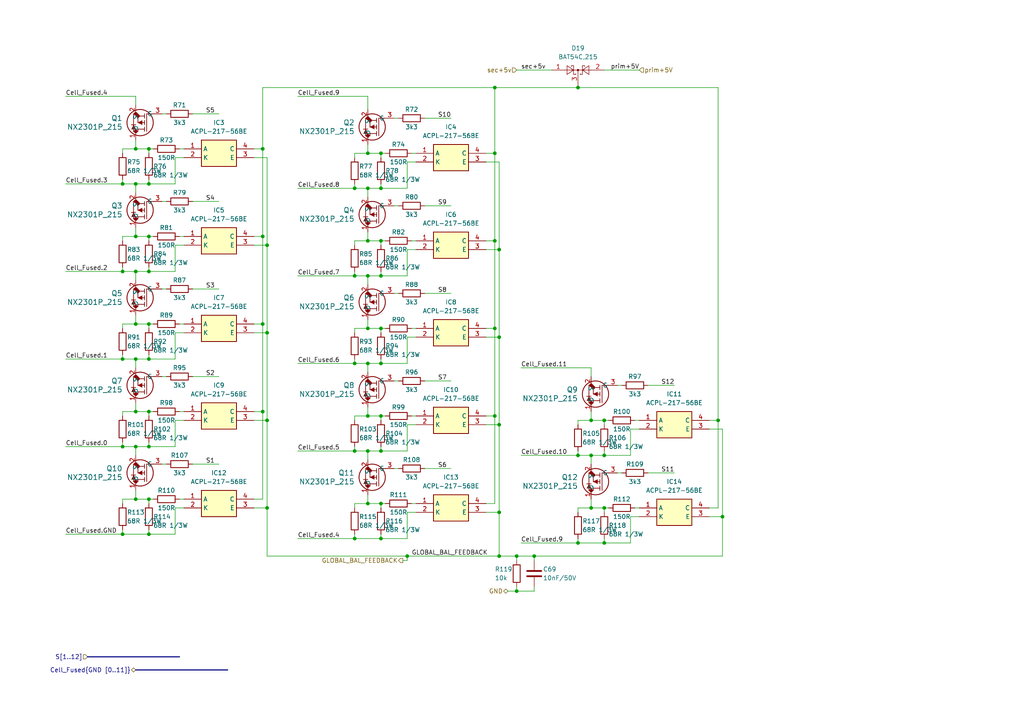
<source format=kicad_sch>
(kicad_sch (version 20230121) (generator eeschema)
  (paper "A4")
  (title_block (title "Passive cell Balancing") (date "2023-12-30") (rev "V1.0") (company "Valais Wallis Racing Team") (comment 1 "Bétrisey Mattia"))
  (junction (at 106.68 80.01))
  (junction (at 77.47 147.32))
  (junction (at 175.26 132.08))
  (junction (at 167.64 25.4))
  (junction (at 144.78 161.29))
  (junction (at 43.18 43.18))
  (junction (at 39.37 93.98))
  (junction (at 106.68 105.41))
  (junction (at 43.18 93.98))
  (junction (at 110.49 105.41))
  (junction (at 35.56 78.74))
  (junction (at 143.51 120.65))
  (junction (at 39.37 53.34))
  (junction (at 43.18 119.38))
  (junction (at 110.49 156.21))
  (junction (at 106.68 130.81))
  (junction (at 143.51 44.45))
  (junction (at 118.11 161.29))
  (junction (at 77.47 121.92))
  (junction (at 76.2 68.58))
  (junction (at 43.18 144.78))
  (junction (at 102.87 130.81))
  (junction (at 110.49 120.65))
  (junction (at 209.55 149.86))
  (junction (at 143.51 25.4))
  (junction (at 106.68 146.05))
  (junction (at 167.64 157.48))
  (junction (at 43.18 104.14))
  (junction (at 43.18 68.58))
  (junction (at 77.47 71.12))
  (junction (at 144.78 123.19))
  (junction (at 110.49 80.01))
  (junction (at 106.68 69.85))
  (junction (at 106.68 95.25))
  (junction (at 35.56 129.54))
  (junction (at 144.78 97.79))
  (junction (at 144.78 148.59))
  (junction (at 106.68 120.65))
  (junction (at 102.87 80.01))
  (junction (at 35.56 53.34))
  (junction (at 110.49 44.45))
  (junction (at 39.37 129.54))
  (junction (at 76.2 93.98))
  (junction (at 175.26 157.48))
  (junction (at 102.87 156.21))
  (junction (at 102.87 105.41))
  (junction (at 171.45 147.32))
  (junction (at 171.45 132.08))
  (junction (at 154.94 161.29))
  (junction (at 149.86 161.29))
  (junction (at 76.2 119.38))
  (junction (at 39.37 78.74))
  (junction (at 149.86 171.45))
  (junction (at 106.68 44.45))
  (junction (at 35.56 104.14))
  (junction (at 77.47 96.52))
  (junction (at 43.18 154.94))
  (junction (at 144.78 72.39))
  (junction (at 106.68 54.61))
  (junction (at 35.56 154.94))
  (junction (at 43.18 78.74))
  (junction (at 110.49 130.81))
  (junction (at 143.51 95.25))
  (junction (at 102.87 54.61))
  (junction (at 110.49 146.05))
  (junction (at 39.37 43.18))
  (junction (at 110.49 54.61))
  (junction (at 175.26 147.32))
  (junction (at 39.37 104.14))
  (junction (at 143.51 69.85))
  (junction (at 76.2 43.18))
  (junction (at 208.28 121.92))
  (junction (at 167.64 132.08))
  (junction (at 39.37 144.78))
  (junction (at 110.49 69.85))
  (junction (at 39.37 119.38))
  (junction (at 175.26 121.92))
  (junction (at 43.18 53.34))
  (junction (at 110.49 95.25))
  (junction (at 43.18 129.54))
  (junction (at 171.45 121.92))
  (junction (at 39.37 68.58))
  (wire (pts (xy 76.2 43.18) (xy 76.2 68.58)))
  (wire (pts (xy 50.8 96.52) (xy 53.34 96.52)))
  (wire (pts (xy 102.87 69.85) (xy 102.87 71.12)))
  (wire (pts (xy 118.11 97.79) (xy 118.11 105.41)))
  (wire (pts (xy 106.68 143.51) (xy 106.68 146.05)))
  (wire (pts (xy 179.07 111.76) (xy 180.34 111.76)))
  (wire (pts (xy 43.18 128.27) (xy 43.18 129.54)))
  (wire (pts (xy 171.45 132.08) (xy 171.45 134.62)))
  (wire (pts (xy 110.49 80.01) (xy 118.11 80.01)))
  (wire (pts (xy 140.97 95.25) (xy 143.51 95.25)))
  (wire (pts (xy 50.8 147.32) (xy 50.8 154.94)))
  (wire (pts (xy 35.56 77.47) (xy 35.56 78.74)))
  (wire (pts (xy 44.45 93.98) (xy 43.18 93.98)))
  (wire (pts (xy 140.97 69.85) (xy 143.51 69.85)))
  (wire (pts (xy 110.49 129.54) (xy 110.49 130.81)))
  (wire (pts (xy 140.97 72.39) (xy 144.78 72.39)))
  (wire (pts (xy 55.88 109.22) (xy 63.5 109.22)))
  (wire (pts (xy 35.56 102.87) (xy 35.56 104.14)))
  (wire (pts (xy 171.45 119.38) (xy 171.45 121.92)))
  (wire (pts (xy 43.18 144.78) (xy 43.18 146.05)))
  (wire (pts (xy 106.68 95.25) (xy 110.49 95.25)))
  (wire (pts (xy 46.99 134.62) (xy 48.26 134.62)))
  (wire (pts (xy 167.64 130.81) (xy 167.64 132.08)))
  (wire (pts (xy 118.11 46.99) (xy 118.11 54.61)))
  (wire (pts (xy 102.87 120.65) (xy 106.68 120.65)))
  (wire (pts (xy 106.68 54.61) (xy 106.68 57.15)))
  (wire (pts (xy 73.66 43.18) (xy 76.2 43.18)))
  (wire (pts (xy 140.97 123.19) (xy 144.78 123.19)))
  (wire (pts (xy 35.56 93.98) (xy 35.56 95.25)))
  (wire (pts (xy 167.64 121.92) (xy 171.45 121.92)))
  (wire (pts (xy 35.56 119.38) (xy 39.37 119.38)))
  (wire (pts (xy 35.56 43.18) (xy 39.37 43.18)))
  (wire (pts (xy 39.37 119.38) (xy 43.18 119.38)))
  (wire (pts (xy 35.56 53.34) (xy 39.37 53.34)))
  (wire (pts (xy 76.2 25.4) (xy 143.51 25.4)))
  (wire (pts (xy 35.56 52.07) (xy 35.56 53.34)))
  (wire (pts (xy 35.56 129.54) (xy 39.37 129.54)))
  (wire (pts (xy 73.66 147.32) (xy 77.47 147.32)))
  (wire (pts (xy 102.87 129.54) (xy 102.87 130.81)))
  (wire (pts (xy 35.56 93.98) (xy 39.37 93.98)))
  (wire (pts (xy 140.97 148.59) (xy 144.78 148.59)))
  (wire (pts (xy 106.68 130.81) (xy 106.68 133.35)))
  (wire (pts (xy 77.47 121.92) (xy 77.47 147.32)))
  (wire (pts (xy 175.26 156.21) (xy 175.26 157.48)))
  (wire (pts (xy 55.88 134.62) (xy 63.5 134.62)))
  (wire (pts (xy 167.64 157.48) (xy 175.26 157.48)))
  (wire (pts (xy 110.49 154.94) (xy 110.49 156.21)))
  (wire (pts (xy 55.88 33.02) (xy 63.5 33.02)))
  (wire (pts (xy 110.49 146.05) (xy 110.49 147.32)))
  (wire (pts (xy 43.18 78.74) (xy 50.8 78.74)))
  (wire (pts (xy 43.18 129.54) (xy 50.8 129.54)))
  (wire (pts (xy 110.49 53.34) (xy 110.49 54.61)))
  (wire (pts (xy 44.45 119.38) (xy 43.18 119.38)))
  (wire (pts (xy 114.3 85.09) (xy 115.57 85.09)))
  (wire (pts (xy 176.53 121.92) (xy 175.26 121.92)))
  (wire (pts (xy 43.18 52.07) (xy 43.18 53.34)))
  (wire (pts (xy 73.66 121.92) (xy 77.47 121.92)))
  (wire (pts (xy 110.49 44.45) (xy 110.49 45.72)))
  (wire (pts (xy 102.87 154.94) (xy 102.87 156.21)))
  (wire (pts (xy 171.45 106.68) (xy 171.45 109.22)))
  (wire (pts (xy 102.87 146.05) (xy 102.87 147.32)))
  (wire (pts (xy 149.86 161.29) (xy 154.94 161.29)))
  (wire (pts (xy 73.66 144.78) (xy 76.2 144.78)))
  (wire (pts (xy 118.11 72.39) (xy 120.65 72.39)))
  (wire (pts (xy 73.66 96.52) (xy 77.47 96.52)))
  (wire (pts (xy 123.19 59.69) (xy 130.81 59.69)))
  (wire (pts (xy 119.38 69.85) (xy 120.65 69.85)))
  (wire (pts (xy 171.45 132.08) (xy 175.26 132.08)))
  (wire (pts (xy 86.36 156.21) (xy 102.87 156.21)))
  (wire (pts (xy 106.68 120.65) (xy 110.49 120.65)))
  (wire (pts (xy 19.05 129.54) (xy 35.56 129.54)))
  (wire (pts (xy 43.18 104.14) (xy 50.8 104.14)))
  (wire (pts (xy 19.05 154.94) (xy 35.56 154.94)))
  (wire (pts (xy 86.36 105.41) (xy 102.87 105.41)))
  (wire (pts (xy 118.11 148.59) (xy 120.65 148.59)))
  (wire (pts (xy 110.49 69.85) (xy 110.49 71.12)))
  (wire (pts (xy 140.97 146.05) (xy 143.51 146.05)))
  (wire (pts (xy 175.26 121.92) (xy 175.26 123.19)))
  (wire (pts (xy 149.86 161.29) (xy 149.86 162.56)))
  (wire (pts (xy 151.13 106.68) (xy 171.45 106.68)))
  (wire (pts (xy 35.56 153.67) (xy 35.56 154.94)))
  (wire (pts (xy 118.11 72.39) (xy 118.11 80.01)))
  (wire (pts (xy 35.56 104.14) (xy 39.37 104.14)))
  (wire (pts (xy 205.74 121.92) (xy 208.28 121.92)))
  (wire (pts (xy 35.56 144.78) (xy 39.37 144.78)))
  (wire (pts (xy 123.19 85.09) (xy 130.81 85.09)))
  (wire (pts (xy 46.99 83.82) (xy 48.26 83.82)))
  (wire (pts (xy 118.11 148.59) (xy 118.11 156.21)))
  (wire (pts (xy 144.78 123.19) (xy 144.78 148.59)))
  (wire (pts (xy 39.37 129.54) (xy 39.37 132.08)))
  (wire (pts (xy 184.15 121.92) (xy 185.42 121.92)))
  (wire (pts (xy 167.64 147.32) (xy 171.45 147.32)))
  (wire (pts (xy 111.76 44.45) (xy 110.49 44.45)))
  (wire (pts (xy 43.18 153.67) (xy 43.18 154.94)))
  (wire (pts (xy 144.78 46.99) (xy 144.78 72.39)))
  (wire (pts (xy 119.38 146.05) (xy 120.65 146.05)))
  (wire (pts (xy 106.68 105.41) (xy 106.68 107.95)))
  (wire (pts (xy 102.87 44.45) (xy 102.87 45.72)))
  (wire (pts (xy 43.18 93.98) (xy 43.18 95.25)))
  (wire (pts (xy 110.49 120.65) (xy 110.49 121.92)))
  (wire (pts (xy 50.8 96.52) (xy 50.8 104.14)))
  (wire (pts (xy 35.56 78.74) (xy 39.37 78.74)))
  (wire (pts (xy 182.88 124.46) (xy 185.42 124.46)))
  (wire (pts (xy 43.18 53.34) (xy 50.8 53.34)))
  (wire (pts (xy 144.78 72.39) (xy 144.78 97.79)))
  (wire (pts (xy 123.19 135.89) (xy 130.81 135.89)))
  (wire (pts (xy 106.68 146.05) (xy 110.49 146.05)))
  (wire (pts (xy 205.74 147.32) (xy 208.28 147.32)))
  (wire (pts (xy 50.8 147.32) (xy 53.34 147.32)))
  (wire (pts (xy 86.36 130.81) (xy 102.87 130.81)))
  (wire (pts (xy 46.99 33.02) (xy 48.26 33.02)))
  (wire (pts (xy 43.18 119.38) (xy 43.18 120.65)))
  (wire (pts (xy 144.78 161.29) (xy 149.86 161.29)))
  (wire (pts (xy 44.45 43.18) (xy 43.18 43.18)))
  (wire (pts (xy 35.56 68.58) (xy 35.56 69.85)))
  (wire (pts (xy 102.87 69.85) (xy 106.68 69.85)))
  (wire (pts (xy 151.13 157.48) (xy 167.64 157.48)))
  (wire (pts (xy 111.76 146.05) (xy 110.49 146.05)))
  (wire (pts (xy 43.18 102.87) (xy 43.18 104.14)))
  (wire (pts (xy 19.05 27.94) (xy 39.37 27.94)))
  (wire (pts (xy 77.47 71.12) (xy 77.47 96.52)))
  (wire (pts (xy 86.36 54.61) (xy 102.87 54.61)))
  (wire (pts (xy 76.2 25.4) (xy 76.2 43.18)))
  (wire (pts (xy 149.86 171.45) (xy 154.94 171.45)))
  (wire (pts (xy 154.94 170.18) (xy 154.94 171.45)))
  (wire (pts (xy 43.18 68.58) (xy 43.18 69.85)))
  (wire (pts (xy 110.49 130.81) (xy 118.11 130.81)))
  (wire (pts (xy 52.07 144.78) (xy 53.34 144.78)))
  (wire (pts (xy 39.37 68.58) (xy 43.18 68.58)))
  (wire (pts (xy 167.64 121.92) (xy 167.64 123.19)))
  (wire (pts (xy 52.07 43.18) (xy 53.34 43.18)))
  (wire (pts (xy 19.05 53.34) (xy 35.56 53.34)))
  (wire (pts (xy 39.37 78.74) (xy 39.37 81.28)))
  (wire (pts (xy 114.3 34.29) (xy 115.57 34.29)))
  (wire (pts (xy 118.11 97.79) (xy 120.65 97.79)))
  (wire (pts (xy 52.07 68.58) (xy 53.34 68.58)))
  (wire (pts (xy 102.87 95.25) (xy 106.68 95.25)))
  (wire (pts (xy 43.18 77.47) (xy 43.18 78.74)))
  (wire (pts (xy 73.66 45.72) (xy 77.47 45.72)))
  (wire (pts (xy 73.66 71.12) (xy 77.47 71.12)))
  (wire (pts (xy 116.84 162.56) (xy 118.11 162.56)))
  (wire (pts (xy 106.68 54.61) (xy 110.49 54.61)))
  (wire (pts (xy 39.37 129.54) (xy 43.18 129.54)))
  (wire (pts (xy 110.49 54.61) (xy 118.11 54.61)))
  (wire (pts (xy 73.66 68.58) (xy 76.2 68.58)))
  (wire (pts (xy 140.97 46.99) (xy 144.78 46.99)))
  (wire (pts (xy 118.11 123.19) (xy 120.65 123.19)))
  (wire (pts (xy 106.68 80.01) (xy 110.49 80.01)))
  (wire (pts (xy 179.07 137.16) (xy 180.34 137.16)))
  (wire (pts (xy 167.64 25.4) (xy 208.28 25.4)))
  (wire (pts (xy 39.37 144.78) (xy 43.18 144.78)))
  (wire (pts (xy 110.49 95.25) (xy 110.49 96.52)))
  (wire (pts (xy 111.76 69.85) (xy 110.49 69.85)))
  (wire (pts (xy 106.68 92.71) (xy 106.68 95.25)))
  (wire (pts (xy 106.68 69.85) (xy 110.49 69.85)))
  (wire (pts (xy 106.68 44.45) (xy 110.49 44.45)))
  (wire (pts (xy 35.56 128.27) (xy 35.56 129.54)))
  (wire (pts (xy 46.99 109.22) (xy 48.26 109.22)))
  (wire (pts (xy 35.56 144.78) (xy 35.56 146.05)))
  (wire (pts (xy 43.18 154.94) (xy 50.8 154.94)))
  (wire (pts (xy 110.49 156.21) (xy 118.11 156.21)))
  (wire (pts (xy 102.87 44.45) (xy 106.68 44.45)))
  (wire (pts (xy 143.51 25.4) (xy 143.51 44.45)))
  (wire (pts (xy 35.56 119.38) (xy 35.56 120.65)))
  (wire (pts (xy 50.8 45.72) (xy 50.8 53.34)))
  (wire (pts (xy 119.38 95.25) (xy 120.65 95.25)))
  (wire (pts (xy 50.8 71.12) (xy 50.8 78.74)))
  (wire (pts (xy 76.2 93.98) (xy 76.2 119.38)))
  (wire (pts (xy 114.3 135.89) (xy 115.57 135.89)))
  (wire (pts (xy 102.87 104.14) (xy 102.87 105.41)))
  (wire (pts (xy 154.94 161.29) (xy 154.94 162.56)))
  (wire (pts (xy 171.45 147.32) (xy 175.26 147.32)))
  (wire (pts (xy 140.97 97.79) (xy 144.78 97.79)))
  (wire (pts (xy 175.26 132.08) (xy 182.88 132.08)))
  (wire (pts (xy 77.47 45.72) (xy 77.47 71.12)))
  (wire (pts (xy 205.74 124.46) (xy 209.55 124.46)))
  (wire (pts (xy 39.37 66.04) (xy 39.37 68.58)))
  (wire (pts (xy 149.86 170.18) (xy 149.86 171.45)))
  (wire (pts (xy 73.66 119.38) (xy 76.2 119.38)))
  (wire (pts (xy 110.49 104.14) (xy 110.49 105.41)))
  (wire (pts (xy 143.51 95.25) (xy 143.51 120.65)))
  (wire (pts (xy 102.87 53.34) (xy 102.87 54.61)))
  (wire (pts (xy 187.96 111.76) (xy 195.58 111.76)))
  (wire (pts (xy 123.19 34.29) (xy 130.81 34.29)))
  (wire (pts (xy 208.28 121.92) (xy 208.28 147.32)))
  (wire (pts (xy 55.88 83.82) (xy 63.5 83.82)))
  (wire (pts (xy 39.37 53.34) (xy 39.37 55.88)))
  (wire (pts (xy 106.68 130.81) (xy 110.49 130.81)))
  (wire (pts (xy 118.11 46.99) (xy 120.65 46.99)))
  (bus (pts (xy 25.4 190.5) (xy 52.07 190.5)))
  (wire (pts (xy 114.3 110.49) (xy 115.57 110.49)))
  (wire (pts (xy 19.05 78.74) (xy 35.56 78.74)))
  (wire (pts (xy 111.76 95.25) (xy 110.49 95.25)))
  (wire (pts (xy 118.11 161.29) (xy 118.11 162.56)))
  (wire (pts (xy 106.68 27.94) (xy 106.68 31.75)))
  (wire (pts (xy 44.45 144.78) (xy 43.18 144.78)))
  (wire (pts (xy 175.26 20.32) (xy 185.42 20.32)))
  (wire (pts (xy 175.26 147.32) (xy 175.26 148.59)))
  (wire (pts (xy 76.2 119.38) (xy 76.2 144.78)))
  (wire (pts (xy 44.45 68.58) (xy 43.18 68.58)))
  (wire (pts (xy 39.37 40.64) (xy 39.37 43.18)))
  (wire (pts (xy 154.94 161.29) (xy 209.55 161.29)))
  (wire (pts (xy 102.87 95.25) (xy 102.87 96.52)))
  (wire (pts (xy 102.87 130.81) (xy 106.68 130.81)))
  (wire (pts (xy 123.19 110.49) (xy 130.81 110.49)))
  (wire (pts (xy 52.07 119.38) (xy 53.34 119.38)))
  (wire (pts (xy 118.11 161.29) (xy 144.78 161.29)))
  (wire (pts (xy 149.86 20.32) (xy 160.02 20.32)))
  (wire (pts (xy 50.8 45.72) (xy 53.34 45.72)))
  (wire (pts (xy 39.37 78.74) (xy 43.18 78.74)))
  (wire (pts (xy 35.56 154.94) (xy 43.18 154.94)))
  (wire (pts (xy 118.11 123.19) (xy 118.11 130.81)))
  (wire (pts (xy 39.37 43.18) (xy 43.18 43.18)))
  (wire (pts (xy 143.51 25.4) (xy 167.64 25.4)))
  (wire (pts (xy 184.15 147.32) (xy 185.42 147.32)))
  (wire (pts (xy 102.87 54.61) (xy 106.68 54.61)))
  (wire (pts (xy 106.68 41.91) (xy 106.68 44.45)))
  (wire (pts (xy 167.64 156.21) (xy 167.64 157.48)))
  (wire (pts (xy 73.66 93.98) (xy 76.2 93.98)))
  (wire (pts (xy 46.99 58.42) (xy 48.26 58.42)))
  (wire (pts (xy 55.88 58.42) (xy 63.5 58.42)))
  (wire (pts (xy 52.07 93.98) (xy 53.34 93.98)))
  (wire (pts (xy 140.97 44.45) (xy 143.51 44.45)))
  (wire (pts (xy 39.37 104.14) (xy 43.18 104.14)))
  (wire (pts (xy 76.2 68.58) (xy 76.2 93.98)))
  (wire (pts (xy 102.87 156.21) (xy 110.49 156.21)))
  (wire (pts (xy 143.51 44.45) (xy 143.51 69.85)))
  (wire (pts (xy 167.64 132.08) (xy 171.45 132.08)))
  (wire (pts (xy 102.87 80.01) (xy 106.68 80.01)))
  (wire (pts (xy 39.37 104.14) (xy 39.37 106.68)))
  (wire (pts (xy 39.37 93.98) (xy 43.18 93.98)))
  (wire (pts (xy 187.96 137.16) (xy 195.58 137.16)))
  (bus (pts (xy 39.37 194.31) (xy 66.04 194.31)))
  (wire (pts (xy 182.88 149.86) (xy 182.88 157.48)))
  (wire (pts (xy 143.51 69.85) (xy 143.51 95.25)))
  (wire (pts (xy 102.87 78.74) (xy 102.87 80.01)))
  (wire (pts (xy 110.49 78.74) (xy 110.49 80.01)))
  (wire (pts (xy 151.13 132.08) (xy 167.64 132.08)))
  (wire (pts (xy 205.74 149.86) (xy 209.55 149.86)))
  (wire (pts (xy 39.37 27.94) (xy 39.37 30.48)))
  (wire (pts (xy 143.51 120.65) (xy 143.51 146.05)))
  (wire (pts (xy 171.45 144.78) (xy 171.45 147.32)))
  (wire (pts (xy 35.56 43.18) (xy 35.56 44.45)))
  (wire (pts (xy 176.53 147.32) (xy 175.26 147.32)))
  (wire (pts (xy 102.87 120.65) (xy 102.87 121.92)))
  (wire (pts (xy 39.37 116.84) (xy 39.37 119.38)))
  (wire (pts (xy 106.68 67.31) (xy 106.68 69.85)))
  (wire (pts (xy 35.56 68.58) (xy 39.37 68.58)))
  (wire (pts (xy 182.88 124.46) (xy 182.88 132.08)))
  (wire (pts (xy 43.18 43.18) (xy 43.18 44.45)))
  (wire (pts (xy 50.8 121.92) (xy 50.8 129.54)))
  (wire (pts (xy 182.88 149.86) (xy 185.42 149.86)))
  (wire (pts (xy 19.05 104.14) (xy 35.56 104.14)))
  (wire (pts (xy 208.28 25.4) (xy 208.28 121.92)))
  (wire (pts (xy 50.8 71.12) (xy 53.34 71.12)))
  (wire (pts (xy 39.37 53.34) (xy 43.18 53.34)))
  (wire (pts (xy 39.37 142.24) (xy 39.37 144.78)))
  (wire (pts (xy 144.78 148.59) (xy 144.78 161.29)))
  (wire (pts (xy 147.32 171.45) (xy 149.86 171.45)))
  (wire (pts (xy 39.37 91.44) (xy 39.37 93.98)))
  (wire (pts (xy 106.68 105.41) (xy 110.49 105.41)))
  (wire (pts (xy 111.76 120.65) (xy 110.49 120.65)))
  (wire (pts (xy 102.87 146.05) (xy 106.68 146.05)))
  (wire (pts (xy 171.45 121.92) (xy 175.26 121.92)))
  (wire (pts (xy 77.47 147.32) (xy 77.47 161.29)))
  (wire (pts (xy 77.47 96.52) (xy 77.47 121.92)))
  (wire (pts (xy 110.49 105.41) (xy 118.11 105.41)))
  (wire (pts (xy 209.55 124.46) (xy 209.55 149.86)))
  (wire (pts (xy 102.87 105.41) (xy 106.68 105.41)))
  (wire (pts (xy 209.55 149.86) (xy 209.55 161.29)))
  (wire (pts (xy 106.68 118.11) (xy 106.68 120.65)))
  (wire (pts (xy 140.97 120.65) (xy 143.51 120.65)))
  (wire (pts (xy 175.26 157.48) (xy 182.88 157.48)))
  (wire (pts (xy 50.8 121.92) (xy 53.34 121.92)))
  (wire (pts (xy 106.68 80.01) (xy 106.68 82.55)))
  (wire (pts (xy 86.36 27.94) (xy 106.68 27.94)))
  (wire (pts (xy 119.38 44.45) (xy 120.65 44.45)))
  (wire (pts (xy 77.47 161.29) (xy 118.11 161.29)))
  (wire (pts (xy 114.3 59.69) (xy 115.57 59.69)))
  (wire (pts (xy 119.38 120.65) (xy 120.65 120.65)))
  (wire (pts (xy 167.64 147.32) (xy 167.64 148.59)))
  (wire (pts (xy 144.78 97.79) (xy 144.78 123.19)))
  (wire (pts (xy 175.26 130.81) (xy 175.26 132.08)))
  (wire (pts (xy 86.36 80.01) (xy 102.87 80.01)))
  (label "S6" (at 127 135.89 0))
  (label "S7" (at 127 110.49 0))
  (label "Cell_Fused.5" (at 86.36 130.81 0))
  (label "Cell_Fused.7" (at 86.36 80.01 0))
  (label "Cell_Fused.8" (at 86.36 54.61 0))
  (label "GLOBAL_BAL_FEEDBACK" (at 119.38 161.29 0))
  (label "Cell_Fused.11" (at 151.13 106.68 0))
  (label "S1" (at 59.69 134.62 0))
  (label "Cell_Fused.0" (at 19.05 129.54 0))
  (label "Cell_Fused.4" (at 86.36 156.21 0))
  (label "sec+5v" (at 151.13 20.32 0))
  (label "Cell_Fused.3" (at 19.05 53.34 0))
  (label "S5" (at 59.69 33.02 0))
  (label "S9" (at 127 59.69 0))
  (label "Cell_Fused.2" (at 19.05 78.74 0))
  (label "Cell_Fused.9" (at 86.36 27.94 0))
  (label "Cell_Fused.6" (at 86.36 105.41 0))
  (label "S8" (at 127 85.09 0))
  (label "Cell_Fused.10" (at 151.13 132.08 0))
  (label "Cell_Fused.GND" (at 19.05 154.94 0))
  (label "S10" (at 127 34.29 0))
  (label "S3" (at 59.69 83.82 0))
  (label "Cell_Fused.4" (at 19.05 27.94 0))
  (label "S11" (at 191.77 137.16 0))
  (label "Cell_Fused.1" (at 19.05 104.14 0))
  (label "S12" (at 191.77 111.76 0))
  (label "Cell_Fused.9" (at 151.13 157.48 0))
  (label "S2" (at 59.69 109.22 0))
  (label "S4" (at 59.69 58.42 0))
  (label "prim+5V" (at 185.42 20.32 180))
  (hierarchical_label "sec+5v" (shape input) (at 149.86 20.32 180))
  (hierarchical_label "prim+5V" (shape input) (at 185.42 20.32 0))
  (hierarchical_label "GLOBAL_BAL_FEEDBACK" (shape output) (at 116.84 162.56 180))
  (hierarchical_label "Cell_Fused{GND [0..11]}" (shape bidirectional) (at 39.37 194.31 180))
  (hierarchical_label "GND" (shape bidirectional) (at 147.32 171.45 180))
  (hierarchical_label "S[1..12]" (shape input) (at 25.4 190.5 180))
  (symbol (lib_id "Diode:BAT54C") (at 167.64 20.32 0) (unit 1)
    (property "Reference" "D19" (at 167.64 13.97 0))
    (property "Value" "BAT54C,215" (at 167.64 16.51 0))
    (property "Footprint" "Package_TO_SOT_SMD:SOT-23" (effects hide))
    (property "Datasheet" "http://www.diodes.com/_files/datasheets/ds11005.pdf" (effects hide))
    (property "Seller" "Mouser" (effects hide))
    (property "part number" "771-BAT54C-T/R" (effects hide))
    (property "unit price" "0.15" (effects hide))
    (property "DESCRIPTION" "Schottky Diodes & Rectifiers BAT54C/SOT23/TO-236AB" (effects hide))
    (property "Manufacturer_Name" "Nexperia" (effects hide))
    (instances (project "BMS-Slave" (path "" (reference "D19") (unit 1)) (path "" (reference "D38") (unit 1))))
  )
  (symbol (lib_id "ACPL-217-56BE:ACPL-217-56BE") (at 120.65 69.85 0) (unit 1)
    (property "Reference" "IC6" (at 130.81 62.23 0))
    (property "Value" "ACPL-217-56BE" (at 130.81 64.77 0))
    (property "Footprint" "ACPL-217:SOIC127P700X242-4N" (effects hide))
    (property "Datasheet" "https://componentsearchengine.com/Datasheets/2/ACPL-217-56BE.pdf" (effects hide))
    (property "Height" "2.42" (effects hide))
    (property "Manufacturer_Name" "Broadcom / Avago" (effects hide))
    (property "Manufacturer_Part_Number" "ACPL-217-56BE" (effects hide))
    (property "Mouser Part Number" "630-ACPL-217-56BE" (effects hide))
    (property "Mouser Price/Stock" "https://www.mouser.co.uk/ProductDetail/Broadcom-Avago/ACPL-217-56BE?qs=dcm2zoLQumABa%2FcMDS685Q%3D%3D" (effects hide))
    (property "Seller" "Mouser" (effects hide))
    (property "part number" "630-ACPL-217-56BE" (effects hide))
    (property "unit price" "0.59" (effects hide))
    (property "DESCRIPTION" "Transistor Output Optocouplers 3000Vrms 50% CTR" (effects hide))
    (instances (project "BMS-Slave" (path "" (reference "IC6") (unit 1)) (path "" (reference "IC20") (unit 1))))
  )
  (symbol (lib_id "ACPL-217-56BE:ACPL-217-56BE") (at 120.65 95.25 0) (unit 1)
    (property "Reference" "IC8" (at 130.81 87.63 0))
    (property "Value" "ACPL-217-56BE" (at 130.81 90.17 0))
    (property "Footprint" "ACPL-217:SOIC127P700X242-4N" (effects hide))
    (property "Datasheet" "https://componentsearchengine.com/Datasheets/2/ACPL-217-56BE.pdf" (effects hide))
    (property "Height" "2.42" (effects hide))
    (property "Manufacturer_Name" "Broadcom / Avago" (effects hide))
    (property "Manufacturer_Part_Number" "ACPL-217-56BE" (effects hide))
    (property "Mouser Part Number" "630-ACPL-217-56BE" (effects hide))
    (property "Mouser Price/Stock" "https://www.mouser.co.uk/ProductDetail/Broadcom-Avago/ACPL-217-56BE?qs=dcm2zoLQumABa%2FcMDS685Q%3D%3D" (effects hide))
    (property "Seller" "Mouser" (effects hide))
    (property "part number" "630-ACPL-217-56BE" (effects hide))
    (property "unit price" "0.59" (effects hide))
    (property "DESCRIPTION" "Transistor Output Optocouplers 3000Vrms 50% CTR" (effects hide))
    (instances (project "BMS-Slave" (path "" (reference "IC8") (unit 1)) (path "" (reference "IC22") (unit 1))))
  )
  (symbol (lib_id "Device:R") (at 48.26 43.18 90) (unit 1)
    (property "Reference" "R73" (at 48.26 40.64 90))
    (property "Value" "150R" (at 48.26 45.72 90))
    (property "Footprint" "Resistor_SMD:R_0603_1608Metric" (effects hide))
    (property "part number" "generic" (effects hide))
    (property "DESCRIPTION" "Resistor SMD 150R 0603" (effects hide))
    (instances (project "BMS-Slave" (path "" (reference "R73") (unit 1)) (path "" (reference "R158") (unit 1))))
  )
  (symbol (lib_id "Device:R") (at 48.26 144.78 90) (unit 1)
    (property "Reference" "R110" (at 48.26 142.24 90))
    (property "Value" "150R" (at 48.26 147.32 90))
    (property "Footprint" "Resistor_SMD:R_0603_1608Metric" (effects hide))
    (property "part number" "generic" (effects hide))
    (property "DESCRIPTION" "Resistor SMD 150R 0603" (effects hide))
    (instances (project "BMS-Slave" (path "" (reference "R110") (unit 1)) (path "" (reference "R195") (unit 1))))
  )
  (symbol (lib_id "Device:R") (at 102.87 151.13 0) (unit 1)
    (property "Reference" "R115" (at 104.14 149.86 0) (effects (justify left)))
    (property "Value" "68R 1/3W" (at 104.14 152.4 0) (effects (justify left)))
    (property "Footprint" "Resistor_SMD:R_2010_5025Metric" (effects hide))
    (property "part number" "generic" (effects hide))
    (property "DESCRIPTION" "Resistor SMD 68R 2010  1/3W" (effects hide))
    (instances (project "BMS-Slave" (path "" (reference "R115") (unit 1)) (path "" (reference "R200") (unit 1))))
  )
  (symbol (lib_id "Device:R") (at 43.18 124.46 0) (unit 1)
    (property "Reference" "R102" (at 44.45 124.46 0) (effects (justify left)))
    (property "Value" "68R 1/3W" (at 44.45 127 0) (effects (justify left)))
    (property "Footprint" "Resistor_SMD:R_2010_5025Metric" (effects hide))
    (property "part number" "generic" (effects hide))
    (property "DESCRIPTION" "Resistor SMD 68R 2010  1/3W" (effects hide))
    (instances (project "BMS-Slave" (path "" (reference "R102") (unit 1)) (path "" (reference "R187") (unit 1))))
  )
  (symbol (lib_id "Device:R") (at 149.86 166.37 0) (unit 1)
    (property "Reference" "R119" (at 143.51 165.1 0) (effects (justify left)))
    (property "Value" "10k" (at 143.51 167.64 0) (effects (justify left)))
    (property "Footprint" "Resistor_SMD:R_0603_1608Metric" (effects hide))
    (property "part number" "generic" (effects hide))
    (property "DESCRIPTION" "Resistor SMD 10k 0603" (effects hide))
    (instances (project "BMS-Slave" (path "" (reference "R119") (unit 1)) (path "" (reference "R204") (unit 1))))
  )
  (symbol (lib_id "Device:R") (at 115.57 95.25 90) (unit 1)
    (property "Reference" "R90" (at 115.57 92.71 90))
    (property "Value" "150R" (at 115.57 97.79 90))
    (property "Footprint" "Resistor_SMD:R_0603_1608Metric" (effects hide))
    (property "part number" "generic" (effects hide))
    (property "DESCRIPTION" "Resistor SMD 150R 0603" (effects hide))
    (instances (project "BMS-Slave" (path "" (reference "R90") (unit 1)) (path "" (reference "R175") (unit 1))))
  )
  (symbol (lib_id "ACPL-217-56BE:ACPL-217-56BE") (at 185.42 147.32 0) (unit 1)
    (property "Reference" "IC14" (at 195.58 139.7 0))
    (property "Value" "ACPL-217-56BE" (at 195.58 142.24 0))
    (property "Footprint" "ACPL-217:SOIC127P700X242-4N" (effects hide))
    (property "Datasheet" "https://componentsearchengine.com/Datasheets/2/ACPL-217-56BE.pdf" (effects hide))
    (property "Height" "2.42" (effects hide))
    (property "Manufacturer_Name" "Broadcom / Avago" (effects hide))
    (property "Manufacturer_Part_Number" "ACPL-217-56BE" (effects hide))
    (property "Mouser Part Number" "630-ACPL-217-56BE" (effects hide))
    (property "Mouser Price/Stock" "https://www.mouser.co.uk/ProductDetail/Broadcom-Avago/ACPL-217-56BE?qs=dcm2zoLQumABa%2FcMDS685Q%3D%3D" (effects hide))
    (property "Seller" "Mouser" (effects hide))
    (property "part number" "630-ACPL-217-56BE" (effects hide))
    (property "unit price" "0.59" (effects hide))
    (property "DESCRIPTION" "Transistor Output Optocouplers 3000Vrms 50% CTR" (effects hide))
    (instances (project "BMS-Slave" (path "" (reference "IC14") (unit 1)) (path "" (reference "IC28") (unit 1))))
  )
  (symbol (lib_id "Device:R") (at 180.34 121.92 90) (unit 1)
    (property "Reference" "R100" (at 180.34 119.38 90))
    (property "Value" "150R" (at 180.34 124.46 90))
    (property "Footprint" "Resistor_SMD:R_0603_1608Metric" (effects hide))
    (property "part number" "generic" (effects hide))
    (property "DESCRIPTION" "Resistor SMD 150R 0603" (effects hide))
    (instances (project "BMS-Slave" (path "" (reference "R100") (unit 1)) (path "" (reference "R185") (unit 1))))
  )
  (symbol (lib_id "Device:R") (at 52.07 83.82 90) (unit 1)
    (property "Reference" "R87" (at 52.07 81.28 90))
    (property "Value" "3k3" (at 52.07 86.36 90))
    (property "Footprint" "Resistor_SMD:R_0603_1608Metric" (effects hide))
    (property "part number" "generic" (effects hide))
    (property "DESCRIPTION" "Resistor SMD 3k3 0603" (effects hide))
    (instances (project "BMS-Slave" (path "" (reference "R87") (unit 1)) (path "" (reference "R172") (unit 1))))
  )
  (symbol (lib_id "Device:R") (at 35.56 48.26 0) (unit 1)
    (property "Reference" "R75" (at 36.83 46.99 0) (effects (justify left)))
    (property "Value" "68R 1/3W" (at 36.83 49.53 0) (effects (justify left)))
    (property "Footprint" "Resistor_SMD:R_2010_5025Metric" (effects hide))
    (property "part number" "generic" (effects hide))
    (property "DESCRIPTION" "Resistor SMD 68R 2010  1/3W" (effects hide))
    (instances (project "BMS-Slave" (path "" (reference "R75") (unit 1)) (path "" (reference "R160") (unit 1))))
  )
  (symbol (lib_id "Device:R") (at 119.38 110.49 90) (unit 1)
    (property "Reference" "R96" (at 119.38 107.95 90))
    (property "Value" "3k3" (at 119.38 113.03 90))
    (property "Footprint" "Resistor_SMD:R_0603_1608Metric" (effects hide))
    (property "part number" "generic" (effects hide))
    (property "DESCRIPTION" "Resistor SMD 3k3 0603" (effects hide))
    (instances (project "BMS-Slave" (path "" (reference "R96") (unit 1)) (path "" (reference "R181") (unit 1))))
  )
  (symbol (lib_id "NX2301P_215:NX2301P_215") (at 114.3 59.69 180) (unit 1)
    (property "Reference" "Q4" (at 102.87 60.96 0) (effects (font (size 1.524 1.524)) (justify left)))
    (property "Value" "NX2301P_215" (at 102.87 63.5 0) (effects (font (size 1.524 1.524)) (justify left)))
    (property "Footprint" "NX2301P,215:SOT23_TO-236AB_NEX" (effects hide))
    (property "Datasheet" "NX2301P_215" (effects hide))
    (property "Seller" "Mouser" (effects hide))
    (property "part number" "771-NX2301P215" (effects hide))
    (property "unit price" "0.28" (effects hide))
    (property "DESCRIPTION" "MOSFET NX2301P/SOT23" (effects hide))
    (property "Manufacturer_Name" "Nexperia" (effects hide))
    (instances (project "BMS-Slave" (path "" (reference "Q4") (unit 1)) (path "" (reference "Q16") (unit 1))))
  )
  (symbol (lib_id "Device:R") (at 115.57 120.65 90) (unit 1)
    (property "Reference" "R99" (at 115.57 118.11 90))
    (property "Value" "150R" (at 115.57 123.19 90))
    (property "Footprint" "Resistor_SMD:R_0603_1608Metric" (effects hide))
    (property "part number" "generic" (effects hide))
    (property "DESCRIPTION" "Resistor SMD 150R 0603" (effects hide))
    (instances (project "BMS-Slave" (path "" (reference "R99") (unit 1)) (path "" (reference "R184") (unit 1))))
  )
  (symbol (lib_id "Device:R") (at 110.49 125.73 0) (unit 1)
    (property "Reference" "R104" (at 111.76 125.73 0) (effects (justify left)))
    (property "Value" "68R 1/3W" (at 111.76 128.27 0) (effects (justify left)))
    (property "Footprint" "Resistor_SMD:R_2010_5025Metric" (effects hide))
    (property "part number" "generic" (effects hide))
    (property "DESCRIPTION" "Resistor SMD 68R 2010  1/3W" (effects hide))
    (instances (project "BMS-Slave" (path "" (reference "R104") (unit 1)) (path "" (reference "R189") (unit 1))))
  )
  (symbol (lib_id "Device:R") (at 115.57 44.45 90) (unit 1)
    (property "Reference" "R74" (at 115.57 41.91 90))
    (property "Value" "150R" (at 115.57 46.99 90))
    (property "Footprint" "Resistor_SMD:R_0603_1608Metric" (effects hide))
    (property "part number" "generic" (effects hide))
    (property "DESCRIPTION" "Resistor SMD 150R 0603" (effects hide))
    (instances (project "BMS-Slave" (path "" (reference "R74") (unit 1)) (path "" (reference "R159") (unit 1))))
  )
  (symbol (lib_id "Device:R") (at 180.34 147.32 90) (unit 1)
    (property "Reference" "R112" (at 180.34 144.78 90))
    (property "Value" "150R" (at 180.34 149.86 90))
    (property "Footprint" "Resistor_SMD:R_0603_1608Metric" (effects hide))
    (property "part number" "generic" (effects hide))
    (property "DESCRIPTION" "Resistor SMD 150R 0603" (effects hide))
    (instances (project "BMS-Slave" (path "" (reference "R112") (unit 1)) (path "" (reference "R197") (unit 1))))
  )
  (symbol (lib_id "Device:R") (at 119.38 135.89 90) (unit 1)
    (property "Reference" "R108" (at 119.38 133.35 90))
    (property "Value" "3k3" (at 119.38 138.43 90))
    (property "Footprint" "Resistor_SMD:R_0603_1608Metric" (effects hide))
    (property "part number" "generic" (effects hide))
    (property "DESCRIPTION" "Resistor SMD 3k3 0603" (effects hide))
    (instances (project "BMS-Slave" (path "" (reference "R108") (unit 1)) (path "" (reference "R193") (unit 1))))
  )
  (symbol (lib_id "Device:R") (at 52.07 109.22 90) (unit 1)
    (property "Reference" "R95" (at 52.07 106.68 90))
    (property "Value" "3k3" (at 52.07 111.76 90))
    (property "Footprint" "Resistor_SMD:R_0603_1608Metric" (effects hide))
    (property "part number" "generic" (effects hide))
    (property "DESCRIPTION" "Resistor SMD 3k3 0603" (effects hide))
    (instances (project "BMS-Slave" (path "" (reference "R95") (unit 1)) (path "" (reference "R180") (unit 1))))
  )
  (symbol (lib_id "Device:R") (at 48.26 93.98 90) (unit 1)
    (property "Reference" "R89" (at 48.26 91.44 90))
    (property "Value" "150R" (at 48.26 96.52 90))
    (property "Footprint" "Resistor_SMD:R_0603_1608Metric" (effects hide))
    (property "part number" "generic" (effects hide))
    (property "DESCRIPTION" "Resistor SMD 150R 0603" (effects hide))
    (instances (project "BMS-Slave" (path "" (reference "R89") (unit 1)) (path "" (reference "R174") (unit 1))))
  )
  (symbol (lib_id "NX2301P_215:NX2301P_215") (at 46.99 33.02 180) (unit 1)
    (property "Reference" "Q1" (at 35.56 34.29 0) (effects (font (size 1.524 1.524)) (justify left)))
    (property "Value" "NX2301P_215" (at 35.56 36.83 0) (effects (font (size 1.524 1.524)) (justify left)))
    (property "Footprint" "NX2301P,215:SOT23_TO-236AB_NEX" (effects hide))
    (property "Datasheet" "NX2301P_215" (effects hide))
    (property "Seller" "Mouser" (effects hide))
    (property "part number" "771-NX2301P215" (effects hide))
    (property "unit price" "0.28" (effects hide))
    (property "DESCRIPTION" "MOSFET NX2301P/SOT23" (effects hide))
    (property "Manufacturer_Name" "Nexperia" (effects hide))
    (instances (project "BMS-Slave" (path "" (reference "Q1") (unit 1)) (path "" (reference "Q13") (unit 1))))
  )
  (symbol (lib_id "NX2301P_215:NX2301P_215") (at 114.3 34.29 180) (unit 1)
    (property "Reference" "Q2" (at 102.87 35.56 0) (effects (font (size 1.524 1.524)) (justify left)))
    (property "Value" "NX2301P_215" (at 102.87 38.1 0) (effects (font (size 1.524 1.524)) (justify left)))
    (property "Footprint" "NX2301P,215:SOT23_TO-236AB_NEX" (effects hide))
    (property "Datasheet" "NX2301P_215" (effects hide))
    (property "Seller" "Mouser" (effects hide))
    (property "part number" "771-NX2301P215" (effects hide))
    (property "unit price" "0.28" (effects hide))
    (property "DESCRIPTION" "MOSFET NX2301P/SOT23" (effects hide))
    (property "Manufacturer_Name" "Nexperia" (effects hide))
    (instances (project "BMS-Slave" (path "" (reference "Q2") (unit 1)) (path "" (reference "Q14") (unit 1))))
  )
  (symbol (lib_id "Device:R") (at 119.38 34.29 90) (unit 1)
    (property "Reference" "R72" (at 119.38 31.75 90))
    (property "Value" "3k3" (at 119.38 36.83 90))
    (property "Footprint" "Resistor_SMD:R_0603_1608Metric" (effects hide))
    (property "part number" "generic" (effects hide))
    (property "DESCRIPTION" "Resistor SMD 3k3 0603" (effects hide))
    (instances (project "BMS-Slave" (path "" (reference "R72") (unit 1)) (path "" (reference "R157") (unit 1))))
  )
  (symbol (lib_id "ACPL-217-56BE:ACPL-217-56BE") (at 53.34 144.78 0) (unit 1)
    (property "Reference" "IC12" (at 63.5 137.16 0))
    (property "Value" "ACPL-217-56BE" (at 63.5 139.7 0))
    (property "Footprint" "ACPL-217:SOIC127P700X242-4N" (effects hide))
    (property "Datasheet" "https://componentsearchengine.com/Datasheets/2/ACPL-217-56BE.pdf" (effects hide))
    (property "Height" "2.42" (effects hide))
    (property "Manufacturer_Name" "Broadcom / Avago" (effects hide))
    (property "Manufacturer_Part_Number" "ACPL-217-56BE" (effects hide))
    (property "Mouser Part Number" "630-ACPL-217-56BE" (effects hide))
    (property "Mouser Price/Stock" "https://www.mouser.co.uk/ProductDetail/Broadcom-Avago/ACPL-217-56BE?qs=dcm2zoLQumABa%2FcMDS685Q%3D%3D" (effects hide))
    (property "Seller" "Mouser" (effects hide))
    (property "part number" "630-ACPL-217-56BE" (effects hide))
    (property "unit price" "0.59" (effects hide))
    (property "DESCRIPTION" "Transistor Output Optocouplers 3000Vrms 50% CTR" (effects hide))
    (instances (project "BMS-Slave" (path "" (reference "IC12") (unit 1)) (path "" (reference "IC26") (unit 1))))
  )
  (symbol (lib_id "Device:R") (at 102.87 100.33 0) (unit 1)
    (property "Reference" "R93" (at 104.14 99.06 0) (effects (justify left)))
    (property "Value" "68R 1/3W" (at 104.14 101.6 0) (effects (justify left)))
    (property "Footprint" "Resistor_SMD:R_2010_5025Metric" (effects hide))
    (property "part number" "generic" (effects hide))
    (property "DESCRIPTION" "Resistor SMD 68R 2010  1/3W" (effects hide))
    (instances (project "BMS-Slave" (path "" (reference "R93") (unit 1)) (path "" (reference "R178") (unit 1))))
  )
  (symbol (lib_id "Device:R") (at 43.18 149.86 0) (unit 1)
    (property "Reference" "R114" (at 44.45 149.86 0) (effects (justify left)))
    (property "Value" "68R 1/3W" (at 44.45 152.4 0) (effects (justify left)))
    (property "Footprint" "Resistor_SMD:R_2010_5025Metric" (effects hide))
    (property "part number" "generic" (effects hide))
    (property "DESCRIPTION" "Resistor SMD 68R 2010  1/3W" (effects hide))
    (instances (project "BMS-Slave" (path "" (reference "R114") (unit 1)) (path "" (reference "R199") (unit 1))))
  )
  (symbol (lib_id "Device:R") (at 175.26 152.4 0) (unit 1)
    (property "Reference" "R118" (at 176.53 152.4 0) (effects (justify left)))
    (property "Value" "68R 1/3W" (at 176.53 154.94 0) (effects (justify left)))
    (property "Footprint" "Resistor_SMD:R_2010_5025Metric" (effects hide))
    (property "part number" "generic" (effects hide))
    (property "DESCRIPTION" "Resistor SMD 68R 2010  1/3W" (effects hide))
    (instances (project "BMS-Slave" (path "" (reference "R118") (unit 1)) (path "" (reference "R203") (unit 1))))
  )
  (symbol (lib_id "Device:R") (at 35.56 73.66 0) (unit 1)
    (property "Reference" "R83" (at 36.83 72.39 0) (effects (justify left)))
    (property "Value" "68R 1/3W" (at 36.83 74.93 0) (effects (justify left)))
    (property "Footprint" "Resistor_SMD:R_2010_5025Metric" (effects hide))
    (property "part number" "generic" (effects hide))
    (property "DESCRIPTION" "Resistor SMD 68R 2010  1/3W" (effects hide))
    (instances (project "BMS-Slave" (path "" (reference "R83") (unit 1)) (path "" (reference "R168") (unit 1))))
  )
  (symbol (lib_id "Device:R") (at 35.56 124.46 0) (unit 1)
    (property "Reference" "R101" (at 36.83 123.19 0) (effects (justify left)))
    (property "Value" "68R 1/3W" (at 36.83 125.73 0) (effects (justify left)))
    (property "Footprint" "Resistor_SMD:R_2010_5025Metric" (effects hide))
    (property "part number" "generic" (effects hide))
    (property "DESCRIPTION" "Resistor SMD 68R 2010  1/3W" (effects hide))
    (instances (project "BMS-Slave" (path "" (reference "R101") (unit 1)) (path "" (reference "R186") (unit 1))))
  )
  (symbol (lib_id "Device:R") (at 102.87 74.93 0) (unit 1)
    (property "Reference" "R85" (at 104.14 73.66 0) (effects (justify left)))
    (property "Value" "68R 1/3W" (at 104.14 76.2 0) (effects (justify left)))
    (property "Footprint" "Resistor_SMD:R_2010_5025Metric" (effects hide))
    (property "part number" "generic" (effects hide))
    (property "DESCRIPTION" "Resistor SMD 68R 2010  1/3W" (effects hide))
    (instances (project "BMS-Slave" (path "" (reference "R85") (unit 1)) (path "" (reference "R170") (unit 1))))
  )
  (symbol (lib_id "Device:C") (at 154.94 166.37 0) (unit 1)
    (property "Reference" "C69" (at 157.48 165.1 0) (effects (justify left)))
    (property "Value" "10nF/50V" (at 157.48 167.64 0) (effects (justify left)))
    (property "Footprint" "Capacitor_SMD:C_0603_1608Metric" (effects hide))
    (property "part number" "generic" (effects hide))
    (property "DESCRIPTION" "Capa 10nF/50V" (effects hide))
    (instances (project "BMS-Slave" (path "" (reference "C69") (unit 1)) (path "" (reference "C111") (unit 1))))
  )
  (symbol (lib_id "Device:R") (at 52.07 58.42 90) (unit 1)
    (property "Reference" "R79" (at 52.07 55.88 90))
    (property "Value" "3k3" (at 52.07 60.96 90))
    (property "Footprint" "Resistor_SMD:R_0603_1608Metric" (effects hide))
    (property "part number" "generic" (effects hide))
    (property "DESCRIPTION" "Resistor SMD 3k3 0603" (effects hide))
    (instances (project "BMS-Slave" (path "" (reference "R79") (unit 1)) (path "" (reference "R164") (unit 1))))
  )
  (symbol (lib_id "Device:R") (at 110.49 74.93 0) (unit 1)
    (property "Reference" "R86" (at 111.76 74.93 0) (effects (justify left)))
    (property "Value" "68R 1/3W" (at 111.76 77.47 0) (effects (justify left)))
    (property "Footprint" "Resistor_SMD:R_2010_5025Metric" (effects hide))
    (property "part number" "generic" (effects hide))
    (property "DESCRIPTION" "Resistor SMD 68R 2010  1/3W" (effects hide))
    (instances (project "BMS-Slave" (path "" (reference "R86") (unit 1)) (path "" (reference "R171") (unit 1))))
  )
  (symbol (lib_id "Device:R") (at 110.49 151.13 0) (unit 1)
    (property "Reference" "R116" (at 111.76 151.13 0) (effects (justify left)))
    (property "Value" "68R 1/3W" (at 111.76 153.67 0) (effects (justify left)))
    (property "Footprint" "Resistor_SMD:R_2010_5025Metric" (effects hide))
    (property "part number" "generic" (effects hide))
    (property "DESCRIPTION" "Resistor SMD 68R 2010  1/3W" (effects hide))
    (instances (project "BMS-Slave" (path "" (reference "R116") (unit 1)) (path "" (reference "R201") (unit 1))))
  )
  (symbol (lib_id "ACPL-217-56BE:ACPL-217-56BE") (at 53.34 43.18 0) (unit 1)
    (property "Reference" "IC3" (at 63.5 35.56 0))
    (property "Value" "ACPL-217-56BE" (at 63.5 38.1 0))
    (property "Footprint" "ACPL-217:SOIC127P700X242-4N" (effects hide))
    (property "Datasheet" "https://componentsearchengine.com/Datasheets/2/ACPL-217-56BE.pdf" (effects hide))
    (property "Height" "2.42" (effects hide))
    (property "Manufacturer_Name" "Broadcom / Avago" (effects hide))
    (property "Manufacturer_Part_Number" "ACPL-217-56BE" (effects hide))
    (property "Mouser Part Number" "630-ACPL-217-56BE" (effects hide))
    (property "Mouser Price/Stock" "https://www.mouser.co.uk/ProductDetail/Broadcom-Avago/ACPL-217-56BE?qs=dcm2zoLQumABa%2FcMDS685Q%3D%3D" (effects hide))
    (property "Seller" "Mouser" (effects hide))
    (property "part number" "630-ACPL-217-56BE" (effects hide))
    (property "unit price" "0.59" (effects hide))
    (property "DESCRIPTION" "Transistor Output Optocouplers 3000Vrms 50% CTR" (effects hide))
    (instances (project "BMS-Slave" (path "" (reference "IC3") (unit 1)) (path "" (reference "IC17") (unit 1))))
  )
  (symbol (lib_id "NX2301P_215:NX2301P_215") (at 114.3 135.89 180) (unit 1)
    (property "Reference" "Q11" (at 102.87 137.16 0) (effects (font (size 1.524 1.524)) (justify left)))
    (property "Value" "NX2301P_215" (at 102.87 139.7 0) (effects (font (size 1.524 1.524)) (justify left)))
    (property "Footprint" "NX2301P,215:SOT23_TO-236AB_NEX" (effects hide))
    (property "Datasheet" "NX2301P_215" (effects hide))
    (property "Seller" "Mouser" (effects hide))
    (property "part number" "771-NX2301P215" (effects hide))
    (property "unit price" "0.28" (effects hide))
    (property "DESCRIPTION" "MOSFET NX2301P/SOT23" (effects hide))
    (property "Manufacturer_Name" "Nexperia" (effects hide))
    (instances (project "BMS-Slave" (path "" (reference "Q11") (unit 1)) (path "" (reference "Q23") (unit 1))))
  )
  (symbol (lib_id "NX2301P_215:NX2301P_215") (at 114.3 110.49 180) (unit 1)
    (property "Reference" "Q8" (at 102.87 111.76 0) (effects (font (size 1.524 1.524)) (justify left)))
    (property "Value" "NX2301P_215" (at 102.87 114.3 0) (effects (font (size 1.524 1.524)) (justify left)))
    (property "Footprint" "NX2301P,215:SOT23_TO-236AB_NEX" (effects hide))
    (property "Datasheet" "NX2301P_215" (effects hide))
    (property "Seller" "Mouser" (effects hide))
    (property "part number" "771-NX2301P215" (effects hide))
    (property "unit price" "0.28" (effects hide))
    (property "DESCRIPTION" "MOSFET NX2301P/SOT23" (effects hide))
    (property "Manufacturer_Name" "Nexperia" (effects hide))
    (instances (project "BMS-Slave" (path "" (reference "Q8") (unit 1)) (path "" (reference "Q20") (unit 1))))
  )
  (symbol (lib_id "NX2301P_215:NX2301P_215") (at 114.3 85.09 180) (unit 1)
    (property "Reference" "Q6" (at 102.87 86.36 0) (effects (font (size 1.524 1.524)) (justify left)))
    (property "Value" "NX2301P_215" (at 102.87 88.9 0) (effects (font (size 1.524 1.524)) (justify left)))
    (property "Footprint" "NX2301P,215:SOT23_TO-236AB_NEX" (effects hide))
    (property "Datasheet" "NX2301P_215" (effects hide))
    (property "Seller" "Mouser" (effects hide))
    (property "part number" "771-NX2301P215" (effects hide))
    (property "unit price" "0.28" (effects hide))
    (property "DESCRIPTION" "MOSFET NX2301P/SOT23" (effects hide))
    (property "Manufacturer_Name" "Nexperia" (effects hide))
    (instances (project "BMS-Slave" (path "" (reference "Q6") (unit 1)) (path "" (reference "Q18") (unit 1))))
  )
  (symbol (lib_id "Device:R") (at 52.07 134.62 90) (unit 1)
    (property "Reference" "R107" (at 52.07 132.08 90))
    (property "Value" "3k3" (at 52.07 137.16 90))
    (property "Footprint" "Resistor_SMD:R_0603_1608Metric" (effects hide))
    (property "part number" "generic" (effects hide))
    (property "DESCRIPTION" "Resistor SMD 3k3 0603" (effects hide))
    (instances (project "BMS-Slave" (path "" (reference "R107") (unit 1)) (path "" (reference "R192") (unit 1))))
  )
  (symbol (lib_id "Device:R") (at 119.38 59.69 90) (unit 1)
    (property "Reference" "R80" (at 119.38 57.15 90))
    (property "Value" "3k3" (at 119.38 62.23 90))
    (property "Footprint" "Resistor_SMD:R_0603_1608Metric" (effects hide))
    (property "part number" "generic" (effects hide))
    (property "DESCRIPTION" "Resistor SMD 3k3 0603" (effects hide))
    (instances (project "BMS-Slave" (path "" (reference "R80") (unit 1)) (path "" (reference "R165") (unit 1))))
  )
  (symbol (lib_id "ACPL-217-56BE:ACPL-217-56BE") (at 53.34 93.98 0) (unit 1)
    (property "Reference" "IC7" (at 63.5 86.36 0))
    (property "Value" "ACPL-217-56BE" (at 63.5 88.9 0))
    (property "Footprint" "ACPL-217:SOIC127P700X242-4N" (effects hide))
    (property "Datasheet" "https://componentsearchengine.com/Datasheets/2/ACPL-217-56BE.pdf" (effects hide))
    (property "Height" "2.42" (effects hide))
    (property "Manufacturer_Name" "Broadcom / Avago" (effects hide))
    (property "Manufacturer_Part_Number" "ACPL-217-56BE" (effects hide))
    (property "Mouser Part Number" "630-ACPL-217-56BE" (effects hide))
    (property "Mouser Price/Stock" "https://www.mouser.co.uk/ProductDetail/Broadcom-Avago/ACPL-217-56BE?qs=dcm2zoLQumABa%2FcMDS685Q%3D%3D" (effects hide))
    (property "Seller" "Mouser" (effects hide))
    (property "part number" "630-ACPL-217-56BE" (effects hide))
    (property "unit price" "0.59" (effects hide))
    (property "DESCRIPTION" "Transistor Output Optocouplers 3000Vrms 50% CTR" (effects hide))
    (instances (project "BMS-Slave" (path "" (reference "IC7") (unit 1)) (path "" (reference "IC21") (unit 1))))
  )
  (symbol (lib_id "ACPL-217-56BE:ACPL-217-56BE") (at 120.65 120.65 0) (unit 1)
    (property "Reference" "IC10" (at 130.81 113.03 0))
    (property "Value" "ACPL-217-56BE" (at 130.81 115.57 0))
    (property "Footprint" "ACPL-217:SOIC127P700X242-4N" (effects hide))
    (property "Datasheet" "https://componentsearchengine.com/Datasheets/2/ACPL-217-56BE.pdf" (effects hide))
    (property "Height" "2.42" (effects hide))
    (property "Manufacturer_Name" "Broadcom / Avago" (effects hide))
    (property "Manufacturer_Part_Number" "ACPL-217-56BE" (effects hide))
    (property "Mouser Part Number" "630-ACPL-217-56BE" (effects hide))
    (property "Mouser Price/Stock" "https://www.mouser.co.uk/ProductDetail/Broadcom-Avago/ACPL-217-56BE?qs=dcm2zoLQumABa%2FcMDS685Q%3D%3D" (effects hide))
    (property "Seller" "Mouser" (effects hide))
    (property "part number" "630-ACPL-217-56BE" (effects hide))
    (property "unit price" "0.59" (effects hide))
    (property "DESCRIPTION" "Transistor Output Optocouplers 3000Vrms 50% CTR" (effects hide))
    (instances (project "BMS-Slave" (path "" (reference "IC10") (unit 1)) (path "" (reference "IC24") (unit 1))))
  )
  (symbol (lib_id "NX2301P_215:NX2301P_215") (at 179.07 137.16 180) (unit 1)
    (property "Reference" "Q12" (at 167.64 138.43 0) (effects (font (size 1.524 1.524)) (justify left)))
    (property "Value" "NX2301P_215" (at 167.64 140.97 0) (effects (font (size 1.524 1.524)) (justify left)))
    (property "Footprint" "NX2301P,215:SOT23_TO-236AB_NEX" (effects hide))
    (property "Datasheet" "NX2301P_215" (effects hide))
    (property "Seller" "Mouser" (effects hide))
    (property "part number" "771-NX2301P215" (effects hide))
    (property "unit price" "0.28" (effects hide))
    (property "DESCRIPTION" "MOSFET NX2301P/SOT23" (effects hide))
    (property "Manufacturer_Name" "Nexperia" (effects hide))
    (instances (project "BMS-Slave" (path "" (reference "Q12") (unit 1)) (path "" (reference "Q24") (unit 1))))
  )
  (symbol (lib_id "Device:R") (at 167.64 152.4 0) (unit 1)
    (property "Reference" "R117" (at 168.91 151.13 0) (effects (justify left)))
    (property "Value" "68R 1/3W" (at 168.91 153.67 0) (effects (justify left)))
    (property "Footprint" "Resistor_SMD:R_2010_5025Metric" (effects hide))
    (property "part number" "generic" (effects hide))
    (property "DESCRIPTION" "Resistor SMD 68R 2010  1/3W" (effects hide))
    (instances (project "BMS-Slave" (path "" (reference "R117") (unit 1)) (path "" (reference "R202") (unit 1))))
  )
  (symbol (lib_id "Device:R") (at 110.49 49.53 0) (unit 1)
    (property "Reference" "R78" (at 111.76 49.53 0) (effects (justify left)))
    (property "Value" "68R 1/3W" (at 111.76 52.07 0) (effects (justify left)))
    (property "Footprint" "Resistor_SMD:R_2010_5025Metric" (effects hide))
    (property "part number" "generic" (effects hide))
    (property "DESCRIPTION" "Resistor SMD 68R 2010  1/3W" (effects hide))
    (instances (project "BMS-Slave" (path "" (reference "R78") (unit 1)) (path "" (reference "R163") (unit 1))))
  )
  (symbol (lib_id "Device:R") (at 48.26 119.38 90) (unit 1)
    (property "Reference" "R98" (at 48.26 116.84 90))
    (property "Value" "150R" (at 48.26 121.92 90))
    (property "Footprint" "Resistor_SMD:R_0603_1608Metric" (effects hide))
    (property "part number" "generic" (effects hide))
    (property "DESCRIPTION" "Resistor SMD 150R 0603" (effects hide))
    (instances (project "BMS-Slave" (path "" (reference "R98") (unit 1)) (path "" (reference "R183") (unit 1))))
  )
  (symbol (lib_id "NX2301P_215:NX2301P_215") (at 46.99 134.62 180) (unit 1)
    (property "Reference" "Q10" (at 35.56 135.89 0) (effects (font (size 1.524 1.524)) (justify left)))
    (property "Value" "NX2301P_215" (at 35.56 138.43 0) (effects (font (size 1.524 1.524)) (justify left)))
    (property "Footprint" "NX2301P,215:SOT23_TO-236AB_NEX" (effects hide))
    (property "Datasheet" "NX2301P_215" (effects hide))
    (property "Seller" "Mouser" (effects hide))
    (property "part number" "771-NX2301P215" (effects hide))
    (property "unit price" "0.28" (effects hide))
    (property "DESCRIPTION" "MOSFET NX2301P/SOT23" (effects hide))
    (property "Manufacturer_Name" "Nexperia" (effects hide))
    (instances (project "BMS-Slave" (path "" (reference "Q10") (unit 1)) (path "" (reference "Q22") (unit 1))))
  )
  (symbol (lib_id "Device:R") (at 52.07 33.02 90) (unit 1)
    (property "Reference" "R71" (at 52.07 30.48 90))
    (property "Value" "3k3" (at 52.07 35.56 90))
    (property "Footprint" "Resistor_SMD:R_0603_1608Metric" (effects hide))
    (property "part number" "generic" (effects hide))
    (property "DESCRIPTION" "Resistor SMD 3k3 0603" (effects hide))
    (instances (project "BMS-Slave" (path "" (reference "R71") (unit 1)) (path "" (reference "R156") (unit 1))))
  )
  (symbol (lib_id "ACPL-217-56BE:ACPL-217-56BE") (at 53.34 119.38 0) (unit 1)
    (property "Reference" "IC9" (at 63.5 111.76 0))
    (property "Value" "ACPL-217-56BE" (at 63.5 114.3 0))
    (property "Footprint" "ACPL-217:SOIC127P700X242-4N" (effects hide))
    (property "Datasheet" "https://componentsearchengine.com/Datasheets/2/ACPL-217-56BE.pdf" (effects hide))
    (property "Height" "2.42" (effects hide))
    (property "Manufacturer_Name" "Broadcom / Avago" (effects hide))
    (property "Manufacturer_Part_Number" "ACPL-217-56BE" (effects hide))
    (property "Mouser Part Number" "630-ACPL-217-56BE" (effects hide))
    (property "Mouser Price/Stock" "https://www.mouser.co.uk/ProductDetail/Broadcom-Avago/ACPL-217-56BE?qs=dcm2zoLQumABa%2FcMDS685Q%3D%3D" (effects hide))
    (property "Seller" "Mouser" (effects hide))
    (property "part number" "630-ACPL-217-56BE" (effects hide))
    (property "unit price" "0.59" (effects hide))
    (property "DESCRIPTION" "Transistor Output Optocouplers 3000Vrms 50% CTR" (effects hide))
    (instances (project "BMS-Slave" (path "" (reference "IC9") (unit 1)) (path "" (reference "IC23") (unit 1))))
  )
  (symbol (lib_id "Device:R") (at 115.57 146.05 90) (unit 1)
    (property "Reference" "R111" (at 115.57 143.51 90))
    (property "Value" "150R" (at 115.57 148.59 90))
    (property "Footprint" "Resistor_SMD:R_0603_1608Metric" (effects hide))
    (property "part number" "generic" (effects hide))
    (property "DESCRIPTION" "Resistor SMD 150R 0603" (effects hide))
    (instances (project "BMS-Slave" (path "" (reference "R111") (unit 1)) (path "" (reference "R196") (unit 1))))
  )
  (symbol (lib_id "NX2301P_215:NX2301P_215") (at 46.99 58.42 180) (unit 1)
    (property "Reference" "Q3" (at 35.56 59.69 0) (effects (font (size 1.524 1.524)) (justify left)))
    (property "Value" "NX2301P_215" (at 35.56 62.23 0) (effects (font (size 1.524 1.524)) (justify left)))
    (property "Footprint" "NX2301P,215:SOT23_TO-236AB_NEX" (effects hide))
    (property "Datasheet" "NX2301P_215" (effects hide))
    (property "Seller" "Mouser" (effects hide))
    (property "part number" "771-NX2301P215" (effects hide))
    (property "unit price" "0.28" (effects hide))
    (property "DESCRIPTION" "MOSFET NX2301P/SOT23" (effects hide))
    (property "Manufacturer_Name" "Nexperia" (effects hide))
    (instances (project "BMS-Slave" (path "" (reference "Q3") (unit 1)) (path "" (reference "Q15") (unit 1))))
  )
  (symbol (lib_id "Device:R") (at 184.15 137.16 90) (unit 1)
    (property "Reference" "R109" (at 184.15 134.62 90))
    (property "Value" "3k3" (at 184.15 139.7 90))
    (property "Footprint" "Resistor_SMD:R_0603_1608Metric" (effects hide))
    (property "part number" "generic" (effects hide))
    (property "DESCRIPTION" "Resistor SMD 3k3 0603" (effects hide))
    (instances (project "BMS-Slave" (path "" (reference "R109") (unit 1)) (path "" (reference "R194") (unit 1))))
  )
  (symbol (lib_id "NX2301P_215:NX2301P_215") (at 179.07 111.76 180) (unit 1)
    (property "Reference" "Q9" (at 167.64 113.03 0) (effects (font (size 1.524 1.524)) (justify left)))
    (property "Value" "NX2301P_215" (at 167.64 115.57 0) (effects (font (size 1.524 1.524)) (justify left)))
    (property "Footprint" "NX2301P,215:SOT23_TO-236AB_NEX" (effects hide))
    (property "Datasheet" "NX2301P_215" (effects hide))
    (property "Seller" "Mouser" (effects hide))
    (property "part number" "771-NX2301P215" (effects hide))
    (property "unit price" "0.28" (effects hide))
    (property "DESCRIPTION" "MOSFET NX2301P/SOT23" (effects hide))
    (property "Manufacturer_Name" "Nexperia" (effects hide))
    (instances (project "BMS-Slave" (path "" (reference "Q9") (unit 1)) (path "" (reference "Q21") (unit 1))))
  )
  (symbol (lib_id "Device:R") (at 110.49 100.33 0) (unit 1)
    (property "Reference" "R94" (at 111.76 100.33 0) (effects (justify left)))
    (property "Value" "68R 1/3W" (at 111.76 102.87 0) (effects (justify left)))
    (property "Footprint" "Resistor_SMD:R_2010_5025Metric" (effects hide))
    (property "part number" "generic" (effects hide))
    (property "DESCRIPTION" "Resistor SMD 68R 2010  1/3W" (effects hide))
    (instances (project "BMS-Slave" (path "" (reference "R94") (unit 1)) (path "" (reference "R179") (unit 1))))
  )
  (symbol (lib_id "NX2301P_215:NX2301P_215") (at 46.99 109.22 180) (unit 1)
    (property "Reference" "Q7" (at 35.56 110.49 0) (effects (font (size 1.524 1.524)) (justify left)))
    (property "Value" "NX2301P_215" (at 35.56 113.03 0) (effects (font (size 1.524 1.524)) (justify left)))
    (property "Footprint" "NX2301P,215:SOT23_TO-236AB_NEX" (effects hide))
    (property "Datasheet" "NX2301P_215" (effects hide))
    (property "Seller" "Mouser" (effects hide))
    (property "part number" "771-NX2301P215" (effects hide))
    (property "unit price" "0.28" (effects hide))
    (property "DESCRIPTION" "MOSFET NX2301P/SOT23" (effects hide))
    (property "Manufacturer_Name" "Nexperia" (effects hide))
    (instances (project "BMS-Slave" (path "" (reference "Q7") (unit 1)) (path "" (reference "Q19") (unit 1))))
  )
  (symbol (lib_id "Device:R") (at 102.87 125.73 0) (unit 1)
    (property "Reference" "R103" (at 104.14 124.46 0) (effects (justify left)))
    (property "Value" "68R 1/3W" (at 104.14 127 0) (effects (justify left)))
    (property "Footprint" "Resistor_SMD:R_2010_5025Metric" (effects hide))
    (property "part number" "generic" (effects hide))
    (property "DESCRIPTION" "Resistor SMD 68R 2010  1/3W" (effects hide))
    (instances (project "BMS-Slave" (path "" (reference "R103") (unit 1)) (path "" (reference "R188") (unit 1))))
  )
  (symbol (lib_id "Device:R") (at 184.15 111.76 90) (unit 1)
    (property "Reference" "R97" (at 184.15 109.22 90))
    (property "Value" "3k3" (at 184.15 114.3 90))
    (property "Footprint" "Resistor_SMD:R_0603_1608Metric" (effects hide))
    (property "part number" "generic" (effects hide))
    (property "DESCRIPTION" "Resistor SMD 3k3 0603" (effects hide))
    (instances (project "BMS-Slave" (path "" (reference "R97") (unit 1)) (path "" (reference "R182") (unit 1))))
  )
  (symbol (lib_id "ACPL-217-56BE:ACPL-217-56BE") (at 53.34 68.58 0) (unit 1)
    (property "Reference" "IC5" (at 63.5 60.96 0))
    (property "Value" "ACPL-217-56BE" (at 63.5 63.5 0))
    (property "Footprint" "ACPL-217:SOIC127P700X242-4N" (effects hide))
    (property "Datasheet" "https://componentsearchengine.com/Datasheets/2/ACPL-217-56BE.pdf" (effects hide))
    (property "Height" "2.42" (effects hide))
    (property "Manufacturer_Name" "Broadcom / Avago" (effects hide))
    (property "Manufacturer_Part_Number" "ACPL-217-56BE" (effects hide))
    (property "Mouser Part Number" "630-ACPL-217-56BE" (effects hide))
    (property "Mouser Price/Stock" "https://www.mouser.co.uk/ProductDetail/Broadcom-Avago/ACPL-217-56BE?qs=dcm2zoLQumABa%2FcMDS685Q%3D%3D" (effects hide))
    (property "Seller" "Mouser" (effects hide))
    (property "part number" "630-ACPL-217-56BE" (effects hide))
    (property "unit price" "0.59" (effects hide))
    (property "DESCRIPTION" "Transistor Output Optocouplers 3000Vrms 50% CTR" (effects hide))
    (instances (project "BMS-Slave" (path "" (reference "IC5") (unit 1)) (path "" (reference "IC19") (unit 1))))
  )
  (symbol (lib_id "Device:R") (at 119.38 85.09 90) (unit 1)
    (property "Reference" "R88" (at 119.38 82.55 90))
    (property "Value" "3k3" (at 119.38 87.63 90))
    (property "Footprint" "Resistor_SMD:R_0603_1608Metric" (effects hide))
    (property "part number" "generic" (effects hide))
    (property "DESCRIPTION" "Resistor SMD 3k3 0603" (effects hide))
    (instances (project "BMS-Slave" (path "" (reference "R88") (unit 1)) (path "" (reference "R173") (unit 1))))
  )
  (symbol (lib_id "Device:R") (at 115.57 69.85 90) (unit 1)
    (property "Reference" "R82" (at 115.57 67.31 90))
    (property "Value" "150R" (at 115.57 72.39 90))
    (property "Footprint" "Resistor_SMD:R_0603_1608Metric" (effects hide))
    (property "part number" "generic" (effects hide))
    (property "DESCRIPTION" "Resistor SMD 150R 0603" (effects hide))
    (instances (project "BMS-Slave" (path "" (reference "R82") (unit 1)) (path "" (reference "R167") (unit 1))))
  )
  (symbol (lib_id "ACPL-217-56BE:ACPL-217-56BE") (at 120.65 146.05 0) (unit 1)
    (property "Reference" "IC13" (at 130.81 138.43 0))
    (property "Value" "ACPL-217-56BE" (at 130.81 140.97 0))
    (property "Footprint" "ACPL-217:SOIC127P700X242-4N" (effects hide))
    (property "Datasheet" "https://componentsearchengine.com/Datasheets/2/ACPL-217-56BE.pdf" (effects hide))
    (property "Height" "2.42" (effects hide))
    (property "Manufacturer_Name" "Broadcom / Avago" (effects hide))
    (property "Manufacturer_Part_Number" "ACPL-217-56BE" (effects hide))
    (property "Mouser Part Number" "630-ACPL-217-56BE" (effects hide))
    (property "Mouser Price/Stock" "https://www.mouser.co.uk/ProductDetail/Broadcom-Avago/ACPL-217-56BE?qs=dcm2zoLQumABa%2FcMDS685Q%3D%3D" (effects hide))
    (property "Seller" "Mouser" (effects hide))
    (property "part number" "630-ACPL-217-56BE" (effects hide))
    (property "unit price" "0.59" (effects hide))
    (property "DESCRIPTION" "Transistor Output Optocouplers 3000Vrms 50% CTR" (effects hide))
    (instances (project "BMS-Slave" (path "" (reference "IC13") (unit 1)) (path "" (reference "IC27") (unit 1))))
  )
  (symbol (lib_id "Device:R") (at 35.56 99.06 0) (unit 1)
    (property "Reference" "R91" (at 36.83 97.79 0) (effects (justify left)))
    (property "Value" "68R 1/3W" (at 36.83 100.33 0) (effects (justify left)))
    (property "Footprint" "Resistor_SMD:R_2010_5025Metric" (effects hide))
    (property "part number" "generic" (effects hide))
    (property "DESCRIPTION" "Resistor SMD 68R 2010  1/3W" (effects hide))
    (instances (project "BMS-Slave" (path "" (reference "R91") (unit 1)) (path "" (reference "R176") (unit 1))))
  )
  (symbol (lib_id "NX2301P_215:NX2301P_215") (at 46.99 83.82 180) (unit 1)
    (property "Reference" "Q5" (at 35.56 85.09 0) (effects (font (size 1.524 1.524)) (justify left)))
    (property "Value" "NX2301P_215" (at 35.56 87.63 0) (effects (font (size 1.524 1.524)) (justify left)))
    (property "Footprint" "NX2301P,215:SOT23_TO-236AB_NEX" (effects hide))
    (property "Datasheet" "NX2301P_215" (effects hide))
    (property "Seller" "Mouser" (effects hide))
    (property "part number" "771-NX2301P215" (effects hide))
    (property "unit price" "0.28" (effects hide))
    (property "DESCRIPTION" "MOSFET NX2301P/SOT23" (effects hide))
    (property "Manufacturer_Name" "Nexperia" (effects hide))
    (instances (project "BMS-Slave" (path "" (reference "Q5") (unit 1)) (path "" (reference "Q17") (unit 1))))
  )
  (symbol (lib_id "Device:R") (at 43.18 73.66 0) (unit 1)
    (property "Reference" "R84" (at 44.45 73.66 0) (effects (justify left)))
    (property "Value" "68R 1/3W" (at 44.45 76.2 0) (effects (justify left)))
    (property "Footprint" "Resistor_SMD:R_2010_5025Metric" (effects hide))
    (property "part number" "generic" (effects hide))
    (property "DESCRIPTION" "Resistor SMD 68R 2010  1/3W" (effects hide))
    (instances (project "BMS-Slave" (path "" (reference "R84") (unit 1)) (path "" (reference "R169") (unit 1))))
  )
  (symbol (lib_id "Device:R") (at 175.26 127 0) (unit 1)
    (property "Reference" "R106" (at 176.53 127 0) (effects (justify left)))
    (property "Value" "68R 1/3W" (at 176.53 129.54 0) (effects (justify left)))
    (property "Footprint" "Resistor_SMD:R_2010_5025Metric" (effects hide))
    (property "part number" "generic" (effects hide))
    (property "DESCRIPTION" "Resistor SMD 68R 2010  1/3W" (effects hide))
    (instances (project "BMS-Slave" (path "" (reference "R106") (unit 1)) (path "" (reference "R191") (unit 1))))
  )
  (symbol (lib_id "Device:R") (at 48.26 68.58 90) (unit 1)
    (property "Reference" "R81" (at 48.26 66.04 90))
    (property "Value" "150R" (at 48.26 71.12 90))
    (property "Footprint" "Resistor_SMD:R_0603_1608Metric" (effects hide))
    (property "part number" "generic" (effects hide))
    (property "DESCRIPTION" "Resistor SMD 150R 0603" (effects hide))
    (instances (project "BMS-Slave" (path "" (reference "R81") (unit 1)) (path "" (reference "R166") (unit 1))))
  )
  (symbol (lib_id "Device:R") (at 167.64 127 0) (unit 1)
    (property "Reference" "R105" (at 168.91 125.73 0) (effects (justify left)))
    (property "Value" "68R 1/3W" (at 168.91 128.27 0) (effects (justify left)))
    (property "Footprint" "Resistor_SMD:R_2010_5025Metric" (effects hide))
    (property "part number" "generic" (effects hide))
    (property "DESCRIPTION" "Resistor SMD 68R 2010  1/3W" (effects hide))
    (instances (project "BMS-Slave" (path "" (reference "R105") (unit 1)) (path "" (reference "R190") (unit 1))))
  )
  (symbol (lib_id "Device:R") (at 35.56 149.86 0) (unit 1)
    (property "Reference" "R113" (at 36.83 148.59 0) (effects (justify left)))
    (property "Value" "68R 1/3W" (at 36.83 151.13 0) (effects (justify left)))
    (property "Footprint" "Resistor_SMD:R_2010_5025Metric" (effects hide))
    (property "part number" "generic" (effects hide))
    (property "DESCRIPTION" "Resistor SMD 68R 2010  1/3W" (effects hide))
    (instances (project "BMS-Slave" (path "" (reference "R113") (unit 1)) (path "" (reference "R198") (unit 1))))
  )
  (symbol (lib_id "ACPL-217-56BE:ACPL-217-56BE") (at 185.42 121.92 0) (unit 1)
    (property "Reference" "IC11" (at 195.58 114.3 0))
    (property "Value" "ACPL-217-56BE" (at 195.58 116.84 0))
    (property "Footprint" "ACPL-217:SOIC127P700X242-4N" (effects hide))
    (property "Datasheet" "https://componentsearchengine.com/Datasheets/2/ACPL-217-56BE.pdf" (effects hide))
    (property "Height" "2.42" (effects hide))
    (property "Manufacturer_Name" "Broadcom / Avago" (effects hide))
    (property "Manufacturer_Part_Number" "ACPL-217-56BE" (effects hide))
    (property "Mouser Part Number" "630-ACPL-217-56BE" (effects hide))
    (property "Mouser Price/Stock" "https://www.mouser.co.uk/ProductDetail/Broadcom-Avago/ACPL-217-56BE?qs=dcm2zoLQumABa%2FcMDS685Q%3D%3D" (effects hide))
    (property "Seller" "Mouser" (effects hide))
    (property "part number" "630-ACPL-217-56BE" (effects hide))
    (property "unit price" "0.59" (effects hide))
    (property "DESCRIPTION" "Transistor Output Optocouplers 3000Vrms 50% CTR" (effects hide))
    (instances (project "BMS-Slave" (path "" (reference "IC11") (unit 1)) (path "" (reference "IC25") (unit 1))))
  )
  (symbol (lib_id "ACPL-217-56BE:ACPL-217-56BE") (at 120.65 44.45 0) (unit 1)
    (property "Reference" "IC4" (at 130.81 36.83 0))
    (property "Value" "ACPL-217-56BE" (at 130.81 39.37 0))
    (property "Footprint" "ACPL-217:SOIC127P700X242-4N" (effects hide))
    (property "Datasheet" "https://componentsearchengine.com/Datasheets/2/ACPL-217-56BE.pdf" (effects hide))
    (property "Height" "2.42" (effects hide))
    (property "Manufacturer_Name" "Broadcom / Avago" (effects hide))
    (property "Manufacturer_Part_Number" "ACPL-217-56BE" (effects hide))
    (property "Mouser Part Number" "630-ACPL-217-56BE" (effects hide))
    (property "Mouser Price/Stock" "https://www.mouser.co.uk/ProductDetail/Broadcom-Avago/ACPL-217-56BE?qs=dcm2zoLQumABa%2FcMDS685Q%3D%3D" (effects hide))
    (property "Seller" "Mouser" (effects hide))
    (property "part number" "630-ACPL-217-56BE" (effects hide))
    (property "unit price" "0.59" (effects hide))
    (property "DESCRIPTION" "Transistor Output Optocouplers 3000Vrms 50% CTR" (effects hide))
    (instances (project "BMS-Slave" (path "" (reference "IC4") (unit 1)) (path "" (reference "IC18") (unit 1))))
  )
  (symbol (lib_id "Device:R") (at 102.87 49.53 0) (unit 1)
    (property "Reference" "R77" (at 104.14 48.26 0) (effects (justify left)))
    (property "Value" "68R 1/3W" (at 104.14 50.8 0) (effects (justify left)))
    (property "Footprint" "Resistor_SMD:R_2010_5025Metric" (effects hide))
    (property "part number" "generic" (effects hide))
    (property "DESCRIPTION" "Resistor SMD 68R 2010  1/3W" (effects hide))
    (instances (project "BMS-Slave" (path "" (reference "R77") (unit 1)) (path "" (reference "R162") (unit 1))))
  )
  (symbol (lib_id "Device:R") (at 43.18 48.26 0) (unit 1)
    (property "Reference" "R76" (at 44.45 48.26 0) (effects (justify left)))
    (property "Value" "68R 1/3W" (at 44.45 50.8 0) (effects (justify left)))
    (property "Footprint" "Resistor_SMD:R_2010_5025Metric" (effects hide))
    (property "part number" "generic" (effects hide))
    (property "DESCRIPTION" "Resistor SMD 68R 2010  1/3W" (effects hide))
    (instances (project "BMS-Slave" (path "" (reference "R76") (unit 1)) (path "" (reference "R161") (unit 1))))
  )
  (symbol (lib_id "Device:R") (at 43.18 99.06 0) (unit 1)
    (property "Reference" "R92" (at 44.45 99.06 0) (effects (justify left)))
    (property "Value" "68R 1/3W" (at 44.45 101.6 0) (effects (justify left)))
    (property "Footprint" "Resistor_SMD:R_2010_5025Metric" (effects hide))
    (property "part number" "generic" (effects hide))
    (property "DESCRIPTION" "Resistor SMD 68R 2010  1/3W" (effects hide))
    (instances (project "BMS-Slave" (path "" (reference "R92") (unit 1)) (path "" (reference "R177") (unit 1))))
  )
)
</source>
